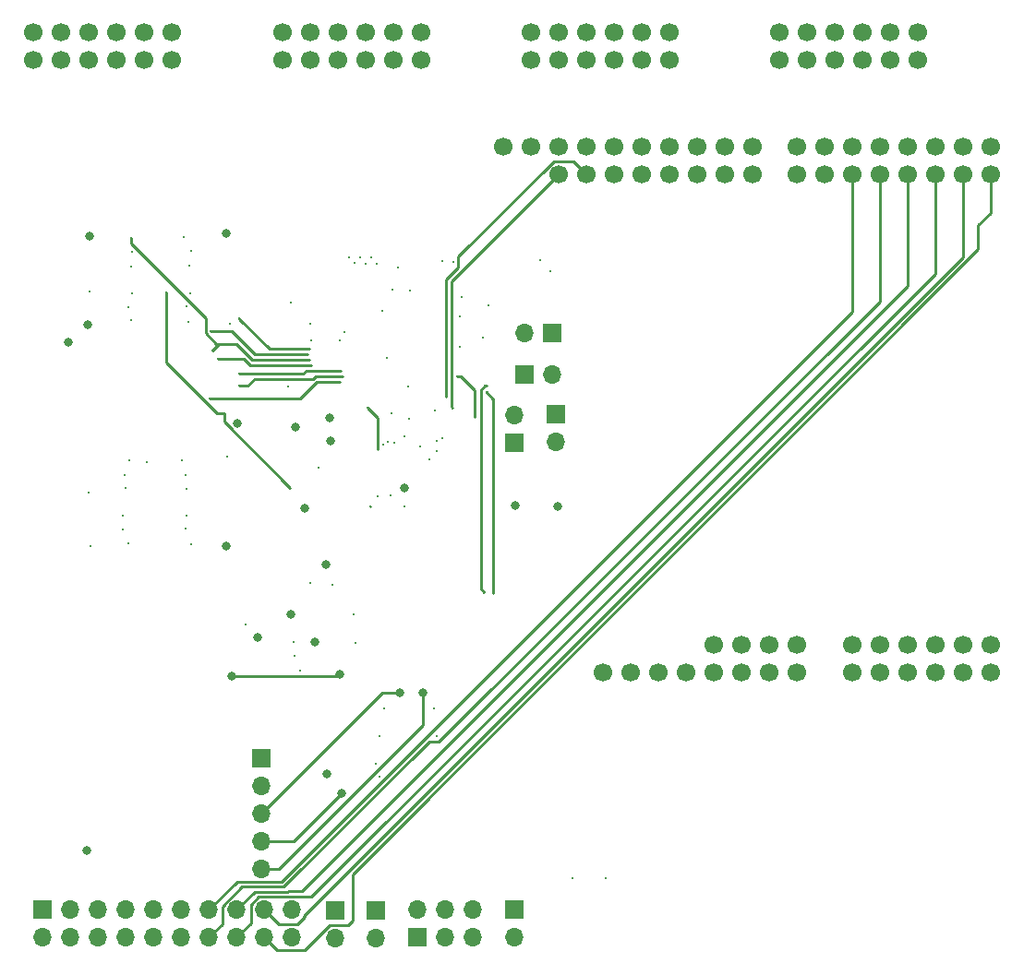
<source format=gbr>
%TF.GenerationSoftware,KiCad,Pcbnew,(6.0.7)*%
%TF.CreationDate,2023-05-12T14:40:02+05:30*%
%TF.ProjectId,DSP_board,4453505f-626f-4617-9264-2e6b69636164,rev?*%
%TF.SameCoordinates,Original*%
%TF.FileFunction,Copper,L3,Inr*%
%TF.FilePolarity,Positive*%
%FSLAX46Y46*%
G04 Gerber Fmt 4.6, Leading zero omitted, Abs format (unit mm)*
G04 Created by KiCad (PCBNEW (6.0.7)) date 2023-05-12 14:40:02*
%MOMM*%
%LPD*%
G01*
G04 APERTURE LIST*
%TA.AperFunction,ComponentPad*%
%ADD10R,1.700000X1.700000*%
%TD*%
%TA.AperFunction,ComponentPad*%
%ADD11O,1.700000X1.700000*%
%TD*%
%TA.AperFunction,ComponentPad*%
%ADD12C,1.700000*%
%TD*%
%TA.AperFunction,ViaPad*%
%ADD13C,0.300000*%
%TD*%
%TA.AperFunction,ViaPad*%
%ADD14C,0.800000*%
%TD*%
%TA.AperFunction,Conductor*%
%ADD15C,0.250000*%
%TD*%
G04 APERTURE END LIST*
D10*
%TO.N,Igrid3*%
%TO.C,JVSI1*%
X100120000Y-140610000D03*
D11*
%TO.N,Vgrid3*%
X100120000Y-143150000D03*
%TO.N,Igrid2*%
X102660000Y-140610000D03*
%TO.N,Vgrid2*%
X102660000Y-143150000D03*
%TO.N,Igrid1*%
X105200000Y-140610000D03*
%TO.N,Vgrid1*%
X105200000Y-143150000D03*
%TO.N,OCD_grid1*%
X107740000Y-140610000D03*
%TO.N,OCD_grd2*%
X107740000Y-143150000D03*
%TO.N,OCD_grid3*%
X110280000Y-140610000D03*
%TO.N,ctrl_gnd*%
X110280000Y-143150000D03*
%TO.N,vsi_ready*%
X112820000Y-140610000D03*
%TO.N,vsi_fault*%
X112820000Y-143150000D03*
%TO.N,VSI32*%
X115360000Y-140610000D03*
%TO.N,VSI31*%
X115360000Y-143150000D03*
%TO.N,VSI22*%
X117900000Y-140610000D03*
%TO.N,VSI21*%
X117900000Y-143150000D03*
%TO.N,VSI12*%
X120440000Y-140610000D03*
%TO.N,VSI11*%
X120440000Y-143150000D03*
%TO.N,SCL*%
X122980000Y-140610000D03*
%TO.N,SDA*%
X122980000Y-143150000D03*
%TD*%
D10*
%TO.N,Net-(IC5-Pad41)*%
%TO.C,J1*%
X147130000Y-95130000D03*
D11*
%TO.N,Net-(J1-Pad2)*%
X147130000Y-97670000D03*
%TD*%
D10*
%TO.N,Net-(IC5-Pad49)*%
%TO.C,J3*%
X144305000Y-91440000D03*
D11*
%TO.N,Net-(J3-Pad2)*%
X146845000Y-91440000D03*
%TD*%
D10*
%TO.N,Analog_in1*%
%TO.C,J9*%
X120180000Y-126700000D03*
D11*
%TO.N,Analog_in2*%
X120180000Y-129240000D03*
%TO.N,Analog_in3*%
X120180000Y-131780000D03*
%TO.N,Analog_in4*%
X120180000Y-134320000D03*
%TO.N,Analog_in5*%
X120180000Y-136860000D03*
%TD*%
D10*
%TO.N,Net-(J2-Pad1)*%
%TO.C,J2*%
X143380000Y-97705000D03*
D11*
%TO.N,Net-(IC5-Pad41)*%
X143380000Y-95165000D03*
%TD*%
D12*
%TO.N,unconnected-(B1-Pad1)*%
%TO.C,B1*%
X151465000Y-118800000D03*
%TO.N,unconnected-(B1-Pad2)*%
X154005000Y-118800000D03*
%TO.N,unconnected-(B1-Pad3)*%
X156545000Y-118800000D03*
%TO.N,FPGA_3v3*%
X159085000Y-118800000D03*
%TO.N,unconnected-(B1-Pad5)*%
X161625000Y-118800000D03*
%TO.N,ctrl_gnd*%
X164165000Y-118800000D03*
X166705000Y-118800000D03*
%TO.N,ctrl_15*%
X169245000Y-118800000D03*
%TO.N,unconnected-(B1-Pad10)*%
X161625000Y-116260000D03*
%TO.N,unconnected-(B1-Pad11)*%
X164165000Y-116260000D03*
%TO.N,unconnected-(B1-Pad12)*%
X166705000Y-116260000D03*
%TO.N,unconnected-(B1-Pad13)*%
X169245000Y-116260000D03*
%TO.N,dc_ready*%
X174325000Y-118800000D03*
%TO.N,dc_fault*%
X176865000Y-118800000D03*
%TO.N,OCD_leakage*%
X179405000Y-118800000D03*
%TO.N,unconnected-(B1-Pad17)*%
X181945000Y-118800000D03*
%TO.N,unconnected-(B1-Pad18)*%
X184485000Y-118800000D03*
%TO.N,unconnected-(B1-Pad19)*%
X187025000Y-118800000D03*
%TO.N,unconnected-(B1-Pad20)*%
X174325000Y-116260000D03*
%TO.N,unconnected-(B1-Pad21)*%
X176865000Y-116260000D03*
%TO.N,unconnected-(B1-Pad22)*%
X179405000Y-116260000D03*
%TO.N,unconnected-(B1-Pad23)*%
X181945000Y-116260000D03*
%TO.N,unconnected-(B1-Pad24)*%
X184485000Y-116260000D03*
%TO.N,unconnected-(B1-Pad25)*%
X187025000Y-116260000D03*
%TO.N,batt_ready*%
X147435000Y-73060000D03*
%TO.N,batt_fault*%
X149975000Y-73060000D03*
%TO.N,DAB2_PWM22*%
X152515000Y-73060000D03*
%TO.N,DAB2_PWM21*%
X155055000Y-73060000D03*
%TO.N,DAB2_PWM12*%
X157595000Y-73060000D03*
%TO.N,DAB2_PWM11*%
X160135000Y-73060000D03*
%TO.N,DAB1PWM22*%
X162675000Y-73060000D03*
%TO.N,DAB1PWM21*%
X165215000Y-73060000D03*
%TO.N,DAB1PWM12*%
X169245000Y-73060000D03*
%TO.N,DAB1PWM11*%
X171785000Y-73060000D03*
%TO.N,VSI32*%
X174325000Y-73060000D03*
%TO.N,VSI31*%
X176865000Y-73060000D03*
%TO.N,VSI22*%
X179405000Y-73060000D03*
%TO.N,VSI21*%
X181945000Y-73060000D03*
%TO.N,VSI12*%
X184485000Y-73060000D03*
%TO.N,VSI11*%
X187025000Y-73080000D03*
%TO.N,SCL*%
X142355000Y-70520000D03*
%TO.N,SDA*%
X144895000Y-70520000D03*
%TO.N,unconnected-(B1-Pad44)*%
X147435000Y-70520000D03*
%TO.N,unconnected-(B1-Pad45)*%
X149975000Y-70520000D03*
%TO.N,vsi_ready*%
X152515000Y-70520000D03*
%TO.N,vsi_fault*%
X155055000Y-70520000D03*
%TO.N,OCD_grid3*%
X157595000Y-70520000D03*
%TO.N,OCD_grd2*%
X160135000Y-70520000D03*
%TO.N,OCD_grid1*%
X162675000Y-70520000D03*
%TO.N,/controller_sheet/en_dab*%
X165215000Y-70520000D03*
%TO.N,/controller_sheet/en_vsi*%
X169245000Y-70520000D03*
%TO.N,/controller_sheet/pwm_dabb2*%
X171785000Y-70520000D03*
%TO.N,/controller_sheet/pwm_daba2*%
X174325000Y-70520000D03*
%TO.N,/controller_sheet/pwmVSI3*%
X176865000Y-70520000D03*
%TO.N,/controller_sheet/pwmVSI2*%
X179405000Y-70520000D03*
%TO.N,/controller_sheet/pwmVSI1*%
X181945000Y-70520000D03*
%TO.N,/controller_sheet/pwm_dabb1*%
X184485000Y-70520000D03*
%TO.N,/controller_sheet/pwm_daba1*%
X187025000Y-70540000D03*
%TO.N,unconnected-(B1-Pad60)*%
X99275000Y-62580000D03*
%TO.N,unconnected-(B1-Pad61)*%
X101815000Y-62580000D03*
%TO.N,unconnected-(B1-Pad62)*%
X104355000Y-62580000D03*
%TO.N,unconnected-(B1-Pad63)*%
X106895000Y-62580000D03*
%TO.N,unconnected-(B1-Pad64)*%
X109435000Y-62580000D03*
%TO.N,unconnected-(B1-Pad65)*%
X111975000Y-62580000D03*
%TO.N,unconnected-(B1-Pad66)*%
X99275000Y-60040000D03*
%TO.N,unconnected-(B1-Pad67)*%
X101815000Y-60040000D03*
%TO.N,unconnected-(B1-Pad68)*%
X104355000Y-60040000D03*
%TO.N,unconnected-(B1-Pad69)*%
X106895000Y-60040000D03*
%TO.N,unconnected-(B1-Pad70)*%
X109435000Y-60040000D03*
%TO.N,unconnected-(B1-Pad71)*%
X111975000Y-60040000D03*
%TO.N,unconnected-(B1-Pad72)*%
X122075000Y-62580000D03*
%TO.N,unconnected-(B1-Pad73)*%
X124615000Y-62580000D03*
%TO.N,unconnected-(B1-Pad74)*%
X127155000Y-62580000D03*
%TO.N,unconnected-(B1-Pad75)*%
X129695000Y-62580000D03*
%TO.N,unconnected-(B1-Pad76)*%
X132235000Y-62580000D03*
%TO.N,unconnected-(B1-Pad77)*%
X134775000Y-62580000D03*
%TO.N,unconnected-(B1-Pad78)*%
X122075000Y-60040000D03*
%TO.N,unconnected-(B1-Pad79)*%
X124615000Y-60040000D03*
%TO.N,unconnected-(B1-Pad80)*%
X127155000Y-60040000D03*
%TO.N,unconnected-(B1-Pad81)*%
X129695000Y-60040000D03*
%TO.N,unconnected-(B1-Pad82)*%
X132235000Y-60040000D03*
%TO.N,unconnected-(B1-Pad83)*%
X134775000Y-60040000D03*
%TO.N,unconnected-(B1-Pad84)*%
X144875000Y-62580000D03*
%TO.N,unconnected-(B1-Pad85)*%
X147415000Y-62580000D03*
%TO.N,unconnected-(B1-Pad86)*%
X149955000Y-62580000D03*
%TO.N,unconnected-(B1-Pad87)*%
X152495000Y-62580000D03*
%TO.N,unconnected-(B1-Pad88)*%
X155035000Y-62580000D03*
%TO.N,unconnected-(B1-Pad89)*%
X157575000Y-62580000D03*
%TO.N,unconnected-(B1-Pad90)*%
X144875000Y-60040000D03*
%TO.N,unconnected-(B1-Pad91)*%
X147415000Y-60040000D03*
%TO.N,unconnected-(B1-Pad92)*%
X149955000Y-60040000D03*
%TO.N,unconnected-(B1-Pad93)*%
X152495000Y-60040000D03*
%TO.N,unconnected-(B1-Pad94)*%
X155035000Y-60040000D03*
%TO.N,unconnected-(B1-Pad95)*%
X157575000Y-60040000D03*
%TO.N,unconnected-(B1-Pad96)*%
X167675000Y-62580000D03*
%TO.N,unconnected-(B1-Pad97)*%
X170215000Y-62580000D03*
%TO.N,unconnected-(B1-Pad98)*%
X172755000Y-62580000D03*
%TO.N,unconnected-(B1-Pad99)*%
X175295000Y-62580000D03*
%TO.N,unconnected-(B1-Pad100)*%
X177835000Y-62580000D03*
%TO.N,unconnected-(B1-Pad101)*%
X180375000Y-62580000D03*
%TO.N,unconnected-(B1-Pad102)*%
X167675000Y-60040000D03*
%TO.N,unconnected-(B1-Pad103)*%
X170215000Y-60040000D03*
%TO.N,unconnected-(B1-Pad104)*%
X172755000Y-60040000D03*
%TO.N,unconnected-(B1-Pad105)*%
X175295000Y-60040000D03*
%TO.N,unconnected-(B1-Pad106)*%
X177835000Y-60040000D03*
%TO.N,unconnected-(B1-Pad107)*%
X180375000Y-60040000D03*
%TD*%
D10*
%TO.N,V_dc_link*%
%TO.C,J8*%
X126905000Y-140670000D03*
D11*
%TO.N,curr_leakeage_i*%
X126905000Y-143210000D03*
%TD*%
D10*
%TO.N,Net-(J4-Pad1)*%
%TO.C,J4*%
X146855000Y-87690000D03*
D11*
%TO.N,Net-(IC5-Pad49)*%
X144315000Y-87690000D03*
%TD*%
D10*
%TO.N,Net-(J5-Pad1)*%
%TO.C,J6*%
X143350000Y-140600000D03*
D11*
%TO.N,ctrl_3v3*%
X143350000Y-143140000D03*
%TD*%
D10*
%TO.N,ctrl_15*%
%TO.C,J_power1*%
X134445000Y-143135000D03*
D11*
%TO.N,ctrl_-15*%
X134445000Y-140595000D03*
%TO.N,ctrl_3v3*%
X136985000Y-143135000D03*
%TO.N,ctrl_gnd*%
X136985000Y-140595000D03*
%TO.N,24_gnd*%
X139525000Y-143135000D03*
%TO.N,V_12*%
X139525000Y-140595000D03*
%TD*%
D10*
%TO.N,batt_v*%
%TO.C,J10*%
X130665000Y-140620000D03*
D11*
%TO.N,batt_curr_0*%
X130665000Y-143160000D03*
%TD*%
D13*
%TO.N,SDA*%
X141440000Y-111560000D03*
%TO.N,SCL*%
X140580000Y-111450000D03*
%TO.N,ctrl_gnd*%
X124710552Y-88335174D03*
X132117135Y-95010498D03*
X122830000Y-84840000D03*
D14*
X126460000Y-97550000D03*
D13*
X133790000Y-83740000D03*
D14*
X143410000Y-103520000D03*
X133310000Y-101858750D03*
D13*
X138390000Y-86100000D03*
D14*
%TO.N,ctrl_-15*%
X102480000Y-88480000D03*
X104170000Y-135130000D03*
%TO.N,ctrl_3v3*%
X147340000Y-103530000D03*
D13*
X130140000Y-103550000D03*
D14*
X126120000Y-128090000D03*
X123250000Y-96320000D03*
X117949268Y-95986904D03*
D13*
X133296250Y-103592500D03*
D14*
X126080000Y-108930000D03*
D13*
X125430000Y-99990000D03*
%TO.N,/controller_sheet/en_dab*%
X145720000Y-80950000D03*
%TO.N,Vgrid1*%
X104520000Y-107240000D03*
D14*
%TO.N,Vgrid3*%
X104250000Y-86900000D03*
D13*
%TO.N,Vgrid2*%
X117250000Y-86810000D03*
D14*
%TO.N,Igrid3*%
X104420000Y-78790000D03*
%TO.N,Igrid2*%
X116910000Y-78510000D03*
D13*
%TO.N,Igrid1*%
X104300000Y-102280000D03*
D14*
%TO.N,batt_curr_0*%
X119820000Y-115600000D03*
%TO.N,batt_v*%
X127310000Y-118960000D03*
X117480000Y-119110000D03*
D13*
%TO.N,curr_leakeage_i*%
X117030000Y-99020000D03*
D14*
%TO.N,V_dc_link*%
X116900000Y-107180000D03*
D13*
%TO.N,/controller_sheet/en_vsi*%
X146620000Y-81950000D03*
%TO.N,Net-(C3-Pad1)*%
X104432327Y-83820000D03*
X108308000Y-84030000D03*
%TO.N,Net-(C9-Pad1)*%
X113528000Y-81500000D03*
%TO.N,Net-(C10-Pad1)*%
X130670000Y-127160000D03*
%TO.N,Net-(C8-Pad1)*%
X131020000Y-124650000D03*
%TO.N,/controller_sheet/pwmVSI3*%
X138520000Y-84390000D03*
%TO.N,/controller_sheet/pwmVSI2*%
X137719502Y-81120000D03*
%TO.N,/controller_sheet/pwmVSI1*%
X136710000Y-81010000D03*
%TO.N,batt_curr_sense*%
X118720000Y-114430000D03*
X123720000Y-118600000D03*
%TO.N,/controller_sheet/pwm_daba1*%
X128190000Y-80730000D03*
%TO.N,Igrid3_sense*%
X124589875Y-90113884D03*
X115623169Y-89261014D03*
X108188000Y-78940000D03*
%TO.N,Igrid2_sense*%
X124535500Y-89120000D03*
X113068000Y-78850000D03*
X118130000Y-86340000D03*
%TO.N,Igrid1_sense*%
X118130000Y-91400000D03*
X127410000Y-91120000D03*
X108064500Y-99340000D03*
%TO.N,Net-(C13-Pad2)*%
X107480000Y-105730000D03*
%TO.N,Vgrid1_sense*%
X127640000Y-91650000D03*
X118140000Y-92510000D03*
X107954500Y-107000000D03*
%TO.N,Vgrid2_sense*%
X124390000Y-89610000D03*
X113488000Y-86650000D03*
X115530000Y-87470000D03*
%TO.N,Vgrid3_sense*%
X124725500Y-90620000D03*
X116130000Y-90010000D03*
X108238000Y-86480000D03*
%TO.N,I_leackage*%
X127360000Y-92150000D03*
X112900000Y-99360000D03*
X115442638Y-93662012D03*
%TO.N,Vdc_link*%
X113694500Y-107020000D03*
X122630000Y-92560000D03*
D14*
%TO.N,Net-(C19-Pad1)*%
X126420000Y-95440000D03*
D13*
%TO.N,/controller_sheet/pwm_daba2*%
X140990000Y-85150000D03*
%TO.N,/controller_sheet/pwm_dabb2*%
X136080000Y-94800000D03*
%TO.N,/controller_sheet/pwm_dabb1*%
X130210000Y-80690000D03*
%TO.N,VDD*%
X132700000Y-81680000D03*
X140450000Y-88109500D03*
X127357812Y-88368858D03*
X133245500Y-97100000D03*
%TO.N,VDDA*%
X130800000Y-98340000D03*
X130820000Y-102602500D03*
X129927439Y-94535082D03*
%TO.N,VDDIO*%
X127780000Y-87600000D03*
X132030000Y-102582500D03*
X132200000Y-83680000D03*
X133719502Y-95519500D03*
X138330000Y-88950000D03*
X124670500Y-86790000D03*
%TO.N,SCITX*%
X136250000Y-98494500D03*
X131704500Y-89980000D03*
%TO.N,SCiRX*%
X134710000Y-98030000D03*
X133570000Y-92580000D03*
%TO.N,TDO*%
X138080000Y-91660000D03*
X139720000Y-95390000D03*
%TO.N,TMS*%
X151760000Y-137700000D03*
%TO.N,Net-(J5-Pad1)*%
X148720000Y-137680000D03*
%TO.N,Net-(C23-Pad1)*%
X136240000Y-124660000D03*
%TO.N,SCL*%
X140790000Y-92480000D03*
%TO.N,SDA*%
X140770000Y-93080000D03*
%TO.N,dc_ready*%
X135524500Y-99220000D03*
%TO.N,dc_fault*%
X136260000Y-97590000D03*
%TO.N,OCD_leakage*%
X136730000Y-97290000D03*
%TO.N,vsi_ready*%
X131230000Y-85580000D03*
%TO.N,vsi_fault*%
X130745500Y-81320000D03*
%TO.N,OCD_grid3*%
X129720498Y-81320000D03*
%TO.N,Net-(C4-Pad1)*%
X128780000Y-116110000D03*
%TO.N,offset_v*%
X109622500Y-99477500D03*
X122790000Y-101850000D03*
D14*
X125082500Y-115987500D03*
D13*
X116750000Y-95040000D03*
X111420000Y-83930000D03*
D14*
X124170000Y-103750000D03*
D13*
%TO.N,OCD_grid1*%
X128720498Y-81210000D03*
%TO.N,OCD_grd2*%
X129220000Y-80720000D03*
%TO.N,batt_fault*%
X137110500Y-93480500D03*
%TO.N,batt_ready*%
X137650000Y-94490000D03*
%TO.N,ADC5*%
X136022038Y-122114152D03*
X132350000Y-97750000D03*
%TO.N,ADC4*%
X130950000Y-128410000D03*
X131789023Y-97654000D03*
%TO.N,ADC3*%
X131370000Y-122080000D03*
X131294500Y-97940000D03*
%TO.N,Analog_in1*%
X124608000Y-110610000D03*
%TO.N,Analog_in2*%
X126695500Y-110750000D03*
D14*
%TO.N,Analog_in3*%
X132810000Y-120710000D03*
%TO.N,Analog_in4*%
X127530000Y-129940000D03*
%TO.N,Analog_in5*%
X135000000Y-120710000D03*
D13*
%TO.N,Net-(C28-Pad2)*%
X123210000Y-117270000D03*
%TO.N,Net-(C1-Pad1)*%
X108218000Y-81530000D03*
%TO.N,Net-(C2-Pad1)*%
X123110000Y-115990000D03*
%TO.N,Net-(C5-Pad1)*%
X107440000Y-104430000D03*
%TO.N,Net-(C6-Pad1)*%
X107670000Y-101920000D03*
%TO.N,Net-(C7-Pad1)*%
X113598000Y-84000000D03*
%TO.N,Net-(C11-Pad2)*%
X107998000Y-85250000D03*
%TO.N,Net-(C12-Pad2)*%
X108278000Y-80210000D03*
%TO.N,Net-(C14-Pad2)*%
X107590000Y-100720000D03*
%TO.N,Net-(C15-Pad1)*%
X113258000Y-85200000D03*
%TO.N,Net-(C20-Pad1)*%
X113220000Y-105610000D03*
%TO.N,Net-(C21-Pad2)*%
X113748000Y-80140000D03*
%TO.N,Net-(C22-Pad2)*%
X113240000Y-100700000D03*
%TO.N,Net-(C24-Pad1)*%
X113250000Y-104400000D03*
%TO.N,Net-(C25-Pad1)*%
X113250000Y-101970000D03*
D14*
%TO.N,Net-(C26-Pad1)*%
X122854375Y-113515625D03*
D13*
%TO.N,Net-(C30-Pad1)*%
X128600000Y-113510000D03*
%TD*%
D15*
%TO.N,VSI12*%
X184485000Y-80730000D02*
X184485000Y-73060000D01*
X184490000Y-80735000D02*
X184485000Y-80730000D01*
X124080000Y-141145000D02*
X184490000Y-80735000D01*
X121720000Y-141890000D02*
X120440000Y-140610000D01*
X123410000Y-141890000D02*
X121720000Y-141890000D01*
%TO.N,VSI21*%
X119180000Y-141870000D02*
X117900000Y-143150000D01*
X119180000Y-140120000D02*
X119180000Y-141870000D01*
X119910000Y-139390000D02*
X119180000Y-140120000D01*
X124760000Y-139390000D02*
X119910000Y-139390000D01*
X181945000Y-82205000D02*
X124760000Y-139390000D01*
X181945000Y-73060000D02*
X181945000Y-82205000D01*
%TO.N,VSI11*%
X187025000Y-76635000D02*
X187025000Y-73080000D01*
X185890000Y-77770000D02*
X187025000Y-76635000D01*
X185890000Y-79971396D02*
X185890000Y-77770000D01*
X128541443Y-137319953D02*
X185890000Y-79971396D01*
X128541443Y-141565001D02*
X128541443Y-137319953D01*
X126433299Y-142020000D02*
X128086444Y-142020000D01*
X124128299Y-144325000D02*
X126433299Y-142020000D01*
X128086444Y-142020000D02*
X128541443Y-141565001D01*
X120440000Y-143150000D02*
X121615000Y-144325000D01*
X121615000Y-144325000D02*
X124128299Y-144325000D01*
%TO.N,VSI12*%
X123410000Y-141890000D02*
X124093351Y-141206649D01*
%TO.N,VSI22*%
X119570000Y-138940000D02*
X117900000Y-140610000D01*
X122560000Y-138940000D02*
X119570000Y-138940000D01*
X122650000Y-138850000D02*
X122560000Y-138940000D01*
X123870000Y-138850000D02*
X122650000Y-138850000D01*
X179405000Y-83315000D02*
X123870000Y-138850000D01*
X179405000Y-73060000D02*
X179405000Y-83315000D01*
%TO.N,VSI31*%
X116560000Y-141950000D02*
X115360000Y-143150000D01*
X122206432Y-138490000D02*
X118358299Y-138490000D01*
X118358299Y-138490000D02*
X116560000Y-140288299D01*
X136445036Y-125155000D02*
X135541432Y-125155000D01*
X135541432Y-125155000D02*
X122206432Y-138490000D01*
X116560000Y-140288299D02*
X116560000Y-141950000D01*
X176865000Y-84735036D02*
X136445036Y-125155000D01*
X176865000Y-73060000D02*
X176865000Y-84735036D01*
%TO.N,VSI32*%
X122020036Y-138040000D02*
X117930000Y-138040000D01*
X174325000Y-85735036D02*
X122020036Y-138040000D01*
X174325000Y-73060000D02*
X174325000Y-85735036D01*
X117930000Y-138040000D02*
X115360000Y-140610000D01*
%TO.N,VSI12*%
X184485000Y-73060000D02*
X184410000Y-73135000D01*
%TO.N,SDA*%
X141440000Y-93750000D02*
X140770000Y-93080000D01*
X141440000Y-111560000D02*
X141440000Y-93750000D01*
%TO.N,SCL*%
X140669964Y-92480000D02*
X140790000Y-92480000D01*
X140275000Y-92874964D02*
X140669964Y-92480000D01*
X140275000Y-111145000D02*
X140275000Y-92874964D01*
X140580000Y-111450000D02*
X140275000Y-111145000D01*
%TO.N,ctrl_3v3*%
X130140000Y-103550000D02*
X130140000Y-103610000D01*
%TO.N,Igrid3*%
X104420000Y-78790000D02*
X104380000Y-78750000D01*
%TO.N,batt_v*%
X117480000Y-119110000D02*
X127160000Y-119110000D01*
X127160000Y-119110000D02*
X127310000Y-118960000D01*
X117450000Y-119140000D02*
X117480000Y-119110000D01*
%TO.N,Igrid3_sense*%
X117850000Y-88660000D02*
X116224183Y-88660000D01*
X124580991Y-90105000D02*
X119295000Y-90105000D01*
X116010000Y-88660000D02*
X116224183Y-88660000D01*
X115035000Y-86266964D02*
X115035000Y-87685000D01*
X119295000Y-90105000D02*
X117850000Y-88660000D01*
X115035000Y-87685000D02*
X116010000Y-88660000D01*
X108188000Y-79419964D02*
X115035000Y-86266964D01*
X108188000Y-78940000D02*
X108188000Y-79419964D01*
X115623169Y-89261014D02*
X116224183Y-88660000D01*
X124589875Y-90113884D02*
X124580991Y-90105000D01*
%TO.N,Igrid2_sense*%
X120900000Y-89130000D02*
X118130000Y-86360000D01*
X118130000Y-86360000D02*
X118130000Y-86340000D01*
X124535500Y-89120000D02*
X124525500Y-89130000D01*
X124525500Y-89130000D02*
X120900000Y-89130000D01*
%TO.N,Igrid1_sense*%
X124260000Y-91120000D02*
X123980000Y-91400000D01*
X123980000Y-91400000D02*
X118130000Y-91400000D01*
X127410000Y-91120000D02*
X124260000Y-91120000D01*
%TO.N,Vgrid1_sense*%
X127605000Y-91615000D02*
X125115000Y-91615000D01*
X119530000Y-91850000D02*
X118870000Y-92510000D01*
X124870000Y-91850000D02*
X119530000Y-91850000D01*
X127640000Y-91650000D02*
X127605000Y-91615000D01*
X118870000Y-92510000D02*
X118140000Y-92510000D01*
X125110000Y-91610000D02*
X124870000Y-91850000D01*
X125115000Y-91615000D02*
X125110000Y-91610000D01*
%TO.N,Vgrid2_sense*%
X115530000Y-87470000D02*
X117410000Y-87470000D01*
X119555000Y-89615000D02*
X124380000Y-89615000D01*
X117410000Y-87470000D02*
X119555000Y-89615000D01*
%TO.N,Vgrid3_sense*%
X118530000Y-90010000D02*
X116130000Y-90010000D01*
X119150000Y-90630000D02*
X118530000Y-90010000D01*
X124725500Y-90620000D02*
X124715500Y-90630000D01*
X124715500Y-90630000D02*
X119150000Y-90630000D01*
%TO.N,I_leackage*%
X127360000Y-92150000D02*
X127314002Y-92104002D01*
X127314002Y-92104002D02*
X125252394Y-92104002D01*
X123694384Y-93662012D02*
X115442638Y-93662012D01*
X125252394Y-92104002D02*
X123694384Y-93662012D01*
%TO.N,VDDA*%
X130800000Y-98340000D02*
X130800000Y-95407643D01*
X130800000Y-95407643D02*
X129927439Y-94535082D01*
%TO.N,TDO*%
X139700000Y-95370000D02*
X139720000Y-95390000D01*
X138456534Y-91660000D02*
X139700000Y-92903466D01*
X138080000Y-91660000D02*
X138456534Y-91660000D01*
X139700000Y-92903466D02*
X139700000Y-95370000D01*
%TO.N,offset_v*%
X122790000Y-101850000D02*
X122787059Y-101850000D01*
X122787059Y-101850000D02*
X116750000Y-95812941D01*
X116750000Y-95040000D02*
X116120590Y-95040000D01*
X116750000Y-95040000D02*
X116519964Y-95040000D01*
X116750000Y-95812941D02*
X116750000Y-95040000D01*
X116120590Y-95040000D02*
X111420000Y-90339410D01*
X111420000Y-90339410D02*
X111420000Y-83930000D01*
%TO.N,batt_fault*%
X138214502Y-81644102D02*
X137110500Y-82748104D01*
X146948299Y-71885000D02*
X138214502Y-80618797D01*
X149975000Y-73060000D02*
X148800000Y-71885000D01*
X138214502Y-80618797D02*
X138214502Y-81644102D01*
X148800000Y-71885000D02*
X146948299Y-71885000D01*
X137110500Y-82748104D02*
X137110500Y-93480500D01*
%TO.N,batt_ready*%
X147435000Y-73060000D02*
X137585000Y-82910000D01*
X137585000Y-82910000D02*
X137585000Y-94425000D01*
X137585000Y-94425000D02*
X137650000Y-94490000D01*
%TO.N,Analog_in3*%
X131250000Y-120710000D02*
X132810000Y-120710000D01*
X120180000Y-131780000D02*
X131250000Y-120710000D01*
%TO.N,Analog_in4*%
X120180000Y-134320000D02*
X123150000Y-134320000D01*
X123150000Y-134320000D02*
X127530000Y-129940000D01*
%TO.N,Analog_in5*%
X135000000Y-123650000D02*
X135000000Y-120710000D01*
X121790000Y-136860000D02*
X135000000Y-123650000D01*
X120180000Y-136860000D02*
X121790000Y-136860000D01*
%TD*%
M02*

</source>
